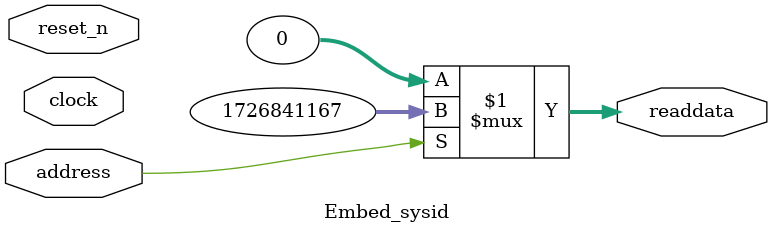
<source format=v>



// synthesis translate_off
`timescale 1ns / 1ps
// synthesis translate_on

// turn off superfluous verilog processor warnings 
// altera message_level Level1 
// altera message_off 10034 10035 10036 10037 10230 10240 10030 

module Embed_sysid (
               // inputs:
                address,
                clock,
                reset_n,

               // outputs:
                readdata
             )
;

  output  [ 31: 0] readdata;
  input            address;
  input            clock;
  input            reset_n;

  wire    [ 31: 0] readdata;
  //control_slave, which is an e_avalon_slave
  assign readdata = address ? 1726841167 : 0;

endmodule



</source>
